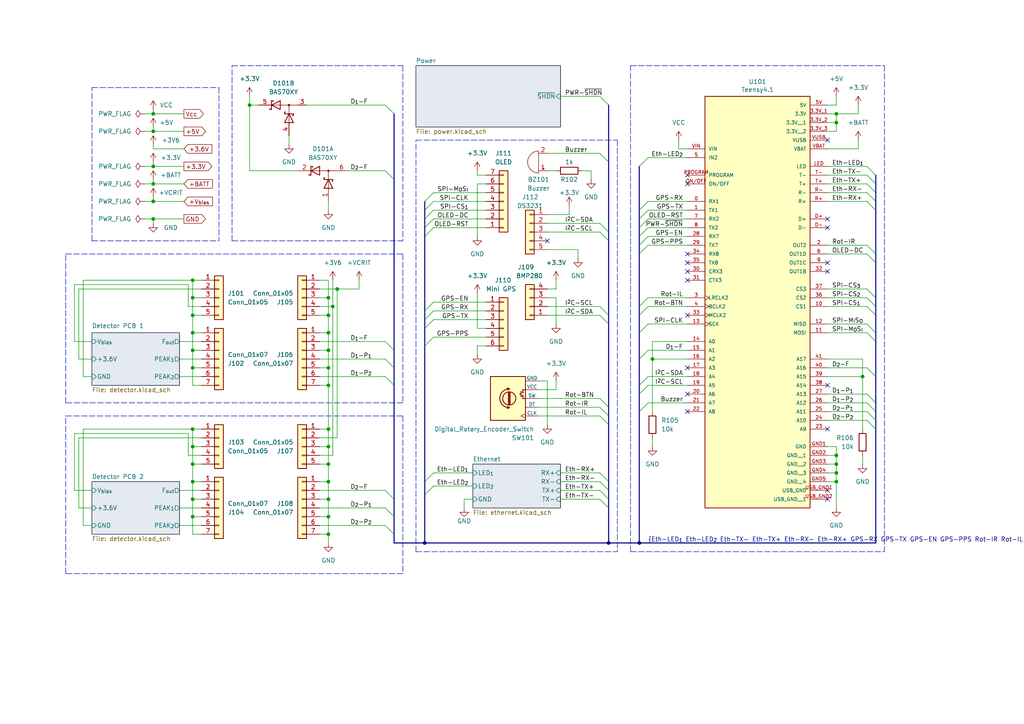
<source format=kicad_sch>
(kicad_sch (version 20211123) (generator eeschema)
  (paper "A4")
  (title_block (title "Cosmic Watch Pro") (date "2022-07-14") (rev "2.5") (comment 1 "Houses a Teensy 4.1 for data processing and coincidence detection") (comment 2 "Utilises two SPiM diodes for event detection") (comment 3 "A detector for cosmic rays"))
  (lib_symbols
    (symbol "Connector_Generic:Conn_01x04" (pin_names (offset 1.016) hide)
      (property "Reference" "J" (at 0 5.08 0))
      (property "Value" "Conn_01x04" (at 0 -7.62 0))
      (symbol "Conn_01x04_1_1"
        (pin passive line (at -5.08 2.54 0) (length 3.81) (name "Pin_1") (number "1"))
        (pin passive line (at -5.08 0 0) (length 3.81) (name "Pin_2") (number "2"))
        (pin passive line (at -5.08 -2.54 0) (length 3.81) (name "Pin_3") (number "3"))
        (pin passive line (at -5.08 -5.08 0) (length 3.81) (name "Pin_4") (number "4"))
      )
    )
    (symbol "Connector_Generic:Conn_01x05" (pin_names (offset 1.016) hide)
      (property "Reference" "J" (at 0 7.62 0))
      (property "Value" "Conn_01x05" (at 0 -7.62 0))
      (symbol "Conn_01x05_1_1"
        (pin passive line (at -5.08 5.08 0) (length 3.81) (name "Pin_1") (number "1"))
        (pin passive line (at -5.08 2.54 0) (length 3.81) (name "Pin_2") (number "2"))
        (pin passive line (at -5.08 0 0) (length 3.81) (name "Pin_3") (number "3"))
        (pin passive line (at -5.08 -2.54 0) (length 3.81) (name "Pin_4") (number "4"))
        (pin passive line (at -5.08 -5.08 0) (length 3.81) (name "Pin_5") (number "5"))
      )
    )
    (symbol "Connector_Generic:Conn_01x06" (pin_names (offset 1.016) hide)
      (property "Reference" "J" (at 0 7.62 0))
      (property "Value" "Conn_01x06" (at 0 -10.16 0))
      (symbol "Conn_01x06_1_1"
        (pin passive line (at -5.08 5.08 0) (length 3.81) (name "Pin_1") (number "1"))
        (pin passive line (at -5.08 2.54 0) (length 3.81) (name "Pin_2") (number "2"))
        (pin passive line (at -5.08 0 0) (length 3.81) (name "Pin_3") (number "3"))
        (pin passive line (at -5.08 -2.54 0) (length 3.81) (name "Pin_4") (number "4"))
        (pin passive line (at -5.08 -5.08 0) (length 3.81) (name "Pin_5") (number "5"))
        (pin passive line (at -5.08 -7.62 0) (length 3.81) (name "Pin_6") (number "6"))
      )
    )
    (symbol "Connector_Generic:Conn_01x07" (pin_names (offset 1.016) hide)
      (property "Reference" "J" (at 0 10.16 0))
      (property "Value" "Conn_01x07" (at 0 -10.16 0))
      (symbol "Conn_01x07_1_1"
        (pin passive line (at -5.08 7.62 0) (length 3.81) (name "Pin_1") (number "1"))
        (pin passive line (at -5.08 5.08 0) (length 3.81) (name "Pin_2") (number "2"))
        (pin passive line (at -5.08 2.54 0) (length 3.81) (name "Pin_3") (number "3"))
        (pin passive line (at -5.08 0 0) (length 3.81) (name "Pin_4") (number "4"))
        (pin passive line (at -5.08 -2.54 0) (length 3.81) (name "Pin_5") (number "5"))
        (pin passive line (at -5.08 -5.08 0) (length 3.81) (name "Pin_6") (number "6"))
        (pin passive line (at -5.08 -7.62 0) (length 3.81) (name "Pin_7") (number "7"))
      )
    )
    (symbol "CosmicWatchPro:+3.6V" (power) (pin_names (offset 0))
      (property "Value" "+3.6V" (at 0 3.556 0))
      (symbol "+3.6V_1_1"
        (pin power_in line (at 0 0 90) (length 0) hide (name "+3V6") (number "1"))
      )
    )
    (symbol "CosmicWatchPro:+V_{bias}" (power) (pin_names (offset 0))
      (property "Value" "+V_{bias}" (at 0 3.556 0))
      (symbol "+V_{bias}_1_1"
        (pin power_in line (at 0 0 90) (length 0) hide (name "+VCRIT") (number "1"))
      )
    )
    (symbol "CosmicWatchPro:BAS70XY" (pin_names (offset 0.762) hide)
      (property "Reference" "D" (at 0 5.715 0))
      (property "Value" "BAS70XY" (at 0 3.175 0))
      (symbol "BAS70XY_1_1"
        (pin passive line (at 0 -8.89 90) (length 3.81) (name "A") (number "1"))
        (pin passive line (at 8.89 0 180) (length 3.81) (name "K") (number "2"))
        (pin passive line (at -5.08 0 0) (length 2.54) (name "common") (number "6"))
      )
      (symbol "BAS70XY_2_1"
        (pin passive line (at -5.08 0 0) (length 2.54) (name "common") (number "3"))
        (pin passive line (at 0 -8.89 90) (length 3.81) (name "A") (number "4"))
        (pin passive line (at 8.89 0 180) (length 3.81) (name "K") (number "5"))
      )
    )
    (symbol "CosmicWatchPro:Digital_Rotary_Encoder_Switch" (pin_numbers hide) (pin_names (offset 0))
      (property "Reference" "SW" (at 0 7.62 0))
      (property "Value" "Digital_Rotary_Encoder_Switch" (at 0 -7.62 0))
      (symbol "Digital_Rotary_Encoder_Switch_1_1"
        (pin power_in line (at -8.89 -5.08 0) (length 3.81) (name "GND") (number "1"))
        (pin power_in line (at -8.89 -2.54 0) (length 3.81) (name "VCC") (number "2"))
        (pin output line (at -8.89 0 0) (length 3.81) (name "SW") (number "3"))
        (pin bidirectional line (at -8.89 2.54 0) (length 3.81) (name "DT") (number "4"))
        (pin input clock (at -8.89 5.08 0) (length 3.81) (name "CLK") (number "5"))
      )
    )
    (symbol "CosmicWatchPro:Teensy4.1" (pin_names (offset 1.016))
      (property "Reference" "U" (at -15.24 52.07 0))
      (property "Value" "Teensy4.1" (at -15.24 -71.12 0))
      (symbol "Teensy4.1_0_0"
        (pin bidirectional line (at -20.32 20.32 0) (length 5.08) (name "RX1") (number "0"))
        (pin bidirectional line (at -20.32 17.78 0) (length 5.08) (name "TX1") (number "1"))
        (pin bidirectional line (at 20.32 -10.16 180) (length 5.08) (name "CS1") (number "10"))
        (pin bidirectional line (at 20.32 -17.78 180) (length 5.08) (name "MOSI") (number "11"))
        (pin bidirectional line (at 20.32 -15.24 180) (length 5.08) (name "MISO") (number "12"))
        (pin bidirectional clock (at -20.32 -15.24 0) (length 5.08) (name "SCK") (number "13"))
        (pin bidirectional line (at -20.32 -20.32 0) (length 5.08) (name "A0") (number "14"))
        (pin bidirectional line (at -20.32 -22.86 0) (length 5.08) (name "A1") (number "15"))
        (pin bidirectional line (at -20.32 -25.4 0) (length 5.08) (name "A2") (number "16"))
        (pin bidirectional line (at -20.32 -27.94 0) (length 5.08) (name "A3") (number "17"))
        (pin bidirectional line (at -20.32 -30.48 0) (length 5.08) (name "A4") (number "18"))
        (pin bidirectional line (at -20.32 -33.02 0) (length 5.08) (name "A5") (number "19"))
        (pin output line (at 20.32 7.62 180) (length 5.08) (name "OUT2") (number "2"))
        (pin bidirectional line (at -20.32 -35.56 0) (length 5.08) (name "A6") (number "20"))
        (pin bidirectional line (at -20.32 -38.1 0) (length 5.08) (name "A7") (number "21"))
        (pin bidirectional line (at -20.32 -40.64 0) (length 5.08) (name "A8") (number "22"))
        (pin bidirectional line (at 20.32 -45.72 180) (length 5.08) (name "A9") (number "23"))
        (pin bidirectional line (at 20.32 -43.18 180) (length 5.08) (name "A10") (number "24"))
        (pin bidirectional line (at 20.32 -40.64 180) (length 5.08) (name "A11") (number "25"))
        (pin bidirectional line (at 20.32 -38.1 180) (length 5.08) (name "A12") (number "26"))
        (pin bidirectional line (at 20.32 -35.56 180) (length 5.08) (name "A13") (number "27"))
        (pin bidirectional line (at -20.32 10.16 0) (length 5.08) (name "RX7") (number "28"))
        (pin bidirectional line (at -20.32 7.62 0) (length 5.08) (name "TX7") (number "29"))
        (pin bidirectional clock (at -20.32 -7.62 0) (length 5.08) (name "LRCLK2") (number "3"))
        (pin power_in line (at 20.32 45.72 180) (length 5.08) (name "3.3V") (number "3.3V_1"))
        (pin power_in line (at 20.32 43.18 180) (length 5.08) (name "3.3V__1") (number "3.3V_2"))
        (pin power_in line (at 20.32 40.64 180) (length 5.08) (name "3.3V__2") (number "3.3V_3"))
        (pin bidirectional line (at -20.32 0 0) (length 5.08) (name "CRX3") (number "30"))
        (pin bidirectional line (at -20.32 -2.54 0) (length 5.08) (name "CTX3") (number "31"))
        (pin output line (at 20.32 0 180) (length 5.08) (name "OUT1B") (number "32"))
        (pin bidirectional clock (at -20.32 -12.7 0) (length 5.08) (name "MCLK2") (number "33"))
        (pin bidirectional line (at -20.32 5.08 0) (length 5.08) (name "RX8") (number "34"))
        (pin bidirectional line (at -20.32 2.54 0) (length 5.08) (name "TX8") (number "35"))
        (pin bidirectional line (at 20.32 -7.62 180) (length 5.08) (name "CS2") (number "36"))
        (pin bidirectional line (at 20.32 -5.08 180) (length 5.08) (name "CS3") (number "37"))
        (pin bidirectional line (at 20.32 -33.02 180) (length 5.08) (name "A14") (number "38"))
        (pin bidirectional line (at 20.32 -30.48 180) (length 5.08) (name "A15") (number "39"))
        (pin bidirectional clock (at -20.32 -10.16 0) (length 5.08) (name "BCLK2") (number "4"))
        (pin bidirectional line (at 20.32 -27.94 180) (length 5.08) (name "A16") (number "40"))
        (pin bidirectional line (at 20.32 -25.4 180) (length 5.08) (name "A17") (number "41"))
        (pin bidirectional line (at -20.32 33.02 0) (length 5.08) (name "IN2") (number "5"))
        (pin power_in line (at 20.32 48.26 180) (length 5.08) (name "5V") (number "5V"))
        (pin output line (at 20.32 5.08 180) (length 5.08) (name "OUT1D") (number "6"))
        (pin bidirectional line (at -20.32 15.24 0) (length 5.08) (name "RX2") (number "7"))
        (pin bidirectional line (at -20.32 12.7 0) (length 5.08) (name "TX2") (number "8"))
        (pin output line (at 20.32 2.54 180) (length 5.08) (name "OUT1C") (number "9"))
        (pin bidirectional line (at 20.32 15.24 180) (length 5.08) (name "D+") (number "D+"))
        (pin bidirectional line (at 20.32 12.7 180) (length 5.08) (name "D-") (number "D-"))
        (pin power_in line (at 20.32 -50.8 180) (length 5.08) (name "GND") (number "GND1"))
        (pin power_in line (at 20.32 -53.34 180) (length 5.08) (name "GND__1") (number "GND2"))
        (pin power_in line (at 20.32 -55.88 180) (length 5.08) (name "GND__2") (number "GND3"))
        (pin power_in line (at 20.32 -58.42 180) (length 5.08) (name "GND__3") (number "GND4"))
        (pin power_in line (at 20.32 -60.96 180) (length 5.08) (name "GND__4") (number "GND5"))
        (pin bidirectional line (at 20.32 30.48 180) (length 5.08) (name "LED") (number "LED"))
        (pin bidirectional line (at -20.32 25.4 0) (length 5.08) (name "ON/OFF") (number "ON/OFF"))
        (pin bidirectional line (at -20.32 27.94 0) (length 5.08) (name "PROGRAM") (number "PROGRAM"))
        (pin bidirectional line (at 20.32 20.32 180) (length 5.08) (name "R+") (number "R+"))
        (pin bidirectional line (at 20.32 22.86 180) (length 5.08) (name "R-") (number "R-"))
        (pin bidirectional line (at 20.32 25.4 180) (length 5.08) (name "T+") (number "T+"))
        (pin bidirectional line (at 20.32 27.94 180) (length 5.08) (name "T-") (number "T-"))
        (pin power_in line (at 20.32 -63.5 180) (length 5.08) (name "USB_GND") (number "USB_GND1"))
        (pin power_in line (at 20.32 -66.04 180) (length 5.08) (name "USB_GND__1") (number "USB_GND2"))
        (pin passive line (at 20.32 35.56 180) (length 5.08) (name "VBAT") (number "VBAT"))
        (pin input line (at -20.32 35.56 0) (length 5.08) (name "VIN") (number "VIN"))
        (pin passive line (at 20.32 38.1 180) (length 5.08) (name "VUSB") (number "VUSB"))
      )
    )
    (symbol "Device:Buzzer" (pin_names (offset 0.0254) hide)
      (property "Reference" "BZ" (at 3.81 1.27 0))
      (property "Value" "Buzzer" (at 3.81 -1.27 0))
      (symbol "Buzzer_1_1"
        (pin passive line (at -2.54 2.54 0) (length 2.54) (name "-") (number "1"))
        (pin passive line (at -2.54 -2.54 0) (length 2.54) (name "+") (number "2"))
      )
    )
    (symbol "Device:R" (pin_numbers hide) (pin_names (offset 0))
      (property "Reference" "R" (at 2.032 0 90))
      (property "Value" "R" (at 0 0 90))
      (symbol "R_1_1"
        (pin passive line (at 0 3.81 270) (length 1.27) (name "~") (number "1"))
        (pin passive line (at 0 -3.81 90) (length 1.27) (name "~") (number "2"))
      )
    )
    (symbol "power:+3.3V" (power) (pin_names (offset 0))
      (property "Value" "+3.3V" (at 0 3.556 0))
      (symbol "+3.3V_1_1"
        (pin power_in line (at 0 0 90) (length 0) hide (name "+3.3V") (number "1"))
      )
    )
    (symbol "power:+5V" (power) (pin_names (offset 0))
      (property "Value" "+5V" (at 0 3.556 0))
      (symbol "+5V_1_1"
        (pin power_in line (at 0 0 90) (length 0) hide (name "+5V") (number "1"))
      )
    )
    (symbol "power:+BATT" (power) (pin_names (offset 0))
      (property "Value" "+BATT" (at 0 3.556 0))
      (symbol "+BATT_1_1"
        (pin power_in line (at 0 0 90) (length 0) hide (name "+BATT") (number "1"))
      )
    )
    (symbol "power:GND" (power) (pin_names (offset 0))
      (property "Value" "GND" (at 0 -3.81 0))
      (symbol "GND_1_1"
        (pin power_in line (at 0 0 270) (length 0) hide (name "GND") (number "1"))
      )
    )
    (symbol "power:PWR_FLAG" (power) (pin_numbers hide) (pin_names (offset 0) hide)
      (property "Value" "PWR_FLAG" (at 0 3.81 0))
      (symbol "PWR_FLAG_0_0"
        (pin power_out line (at 0 0 90) (length 0) (name "pwr") (number "1"))
      )
    )
    (symbol "power:VCC" (power) (pin_names (offset 0))
      (property "Value" "VCC" (at 0 3.81 0))
      (symbol "VCC_1_1"
        (pin power_in line (at 0 0 90) (length 0) hide (name "VCC") (number "1"))
      )
    )
  )
  (junction (at 176.53 157.48))
  (junction (at 44.45 33.02))
  (junction (at 55.88 86.36))
  (junction (at 95.25 101.6))
  (junction (at 44.45 63.5))
  (junction (at 55.88 129.54))
  (junction (at 44.45 53.34))
  (junction (at 44.45 38.1))
  (junction (at 55.88 124.46))
  (junction (at 95.25 149.86))
  (junction (at 242.57 33.02))
  (junction (at 95.25 106.68))
  (junction (at 95.25 111.76))
  (junction (at 44.45 58.42))
  (junction (at 55.88 149.86))
  (junction (at 242.57 35.56))
  (junction (at 95.25 124.46))
  (junction (at 242.57 139.7))
  (junction (at 55.88 101.6))
  (junction (at 242.57 137.16))
  (junction (at 242.57 134.62))
  (junction (at 44.45 48.26))
  (junction (at 95.25 154.94))
  (junction (at 95.25 134.62))
  (junction (at 96.52 88.9))
  (junction (at 97.79 83.82))
  (junction (at 189.23 104.14))
  (junction (at 55.88 134.62))
  (junction (at 55.88 106.68))
  (junction (at 55.88 139.7))
  (junction (at 95.25 86.36))
  (junction (at 185.42 157.48))
  (junction (at 95.25 91.44))
  (junction (at 95.25 139.7))
  (junction (at 123.19 157.48))
  (junction (at 250.19 109.22))
  (junction (at 242.57 132.08))
  (junction (at 55.88 91.44))
  (junction (at 72.39 30.48))
  (junction (at 55.88 81.28))
  (junction (at 55.88 144.78))
  (junction (at 55.88 96.52))
  (junction (at 95.25 129.54))
  (junction (at 95.25 96.52))
  (junction (at 95.25 144.78))
  (no_connect (at 158.75 69.85))
  (no_connect (at 199.39 73.66))
  (no_connect (at 240.03 78.74))
  (no_connect (at 199.39 76.2))
  (no_connect (at 199.39 78.74))
  (no_connect (at 199.39 81.28))
  (no_connect (at 199.39 91.44))
  (no_connect (at 240.03 63.5))
  (no_connect (at 240.03 66.04))
  (no_connect (at 199.39 50.8))
  (no_connect (at 199.39 53.34))
  (no_connect (at 199.39 106.68))
  (no_connect (at 240.03 124.46))
  (no_connect (at 240.03 111.76))
  (no_connect (at 199.39 114.3))
  (no_connect (at 199.39 119.38))
  (no_connect (at 240.03 142.24))
  (no_connect (at 240.03 144.78))
  (no_connect (at 240.03 40.64))
  (no_connect (at 240.03 76.2))
  (bus_entry (at 111.76 109.22) (size 2.54 2.54))
  (bus_entry (at 187.96 93.98) (size -2.54 2.54))
  (bus_entry (at 187.96 58.42) (size -2.54 2.54))
  (bus_entry (at 187.96 60.96) (size -2.54 2.54))
  (bus_entry (at 251.46 73.66) (size 2.54 2.54))
  (bus_entry (at 187.96 88.9) (size -2.54 2.54))
  (bus_entry (at 111.76 49.53) (size 2.54 2.54))
  (bus_entry (at 125.73 87.63) (size -2.54 2.54))
  (bus_entry (at 125.73 92.71) (size -2.54 2.54))
  (bus_entry (at 251.46 48.26) (size 2.54 2.54))
  (bus_entry (at 125.73 63.5) (size -2.54 2.54))
  (bus_entry (at 251.46 55.88) (size 2.54 2.54))
  (bus_entry (at 173.99 91.44) (size 2.54 2.54))
  (bus_entry (at 111.76 152.4) (size 2.54 2.54))
  (bus_entry (at 111.76 142.24) (size 2.54 2.54))
  (bus_entry (at 111.76 147.32) (size 2.54 2.54))
  (bus_entry (at 187.96 45.72) (size -2.54 2.54))
  (bus_entry (at 251.46 58.42) (size 2.54 2.54))
  (bus_entry (at 187.96 68.58) (size -2.54 2.54))
  (bus_entry (at 125.73 90.17) (size -2.54 2.54))
  (bus_entry (at 251.46 83.82) (size 2.54 2.54))
  (bus_entry (at 251.46 86.36) (size 2.54 2.54))
  (bus_entry (at 251.46 88.9) (size 2.54 2.54))
  (bus_entry (at 251.46 93.98) (size 2.54 2.54))
  (bus_entry (at 251.46 96.52) (size 2.54 2.54))
  (bus_entry (at 125.73 55.88) (size -2.54 2.54))
  (bus_entry (at 251.46 71.12) (size 2.54 2.54))
  (bus_entry (at 125.73 58.42) (size -2.54 2.54))
  (bus_entry (at 187.96 101.6) (size -2.54 2.54))
  (bus_entry (at 187.96 71.12) (size -2.54 2.54))
  (bus_entry (at 251.46 53.34) (size 2.54 2.54))
  (bus_entry (at 125.73 97.79) (size -2.54 2.54))
  (bus_entry (at 125.73 60.96) (size -2.54 2.54))
  (bus_entry (at 251.46 106.68) (size 2.54 2.54))
  (bus_entry (at 251.46 114.3) (size 2.54 2.54))
  (bus_entry (at 251.46 121.92) (size 2.54 2.54))
  (bus_entry (at 251.46 116.84) (size 2.54 2.54))
  (bus_entry (at 251.46 119.38) (size 2.54 2.54))
  (bus_entry (at 187.96 86.36) (size -2.54 2.54))
  (bus_entry (at 111.76 104.14) (size 2.54 2.54))
  (bus_entry (at 187.96 116.84) (size -2.54 2.54))
  (bus_entry (at 125.73 66.04) (size -2.54 2.54))
  (bus_entry (at 173.99 120.65) (size 2.54 2.54))
  (bus_entry (at 173.99 115.57) (size 2.54 2.54))
  (bus_entry (at 173.99 118.11) (size 2.54 2.54))
  (bus_entry (at 187.96 63.5) (size -2.54 2.54))
  (bus_entry (at 251.46 50.8) (size 2.54 2.54))
  (bus_entry (at 173.99 27.94) (size 2.54 2.54))
  (bus_entry (at 187.96 109.22) (size -2.54 2.54))
  (bus_entry (at 187.96 111.76) (size -2.54 2.54))
  (bus_entry (at 125.73 137.16) (size -2.54 2.54))
  (bus_entry (at 125.73 140.97) (size -2.54 2.54))
  (bus_entry (at 173.99 137.16) (size 2.54 2.54))
  (bus_entry (at 173.99 139.7) (size 2.54 2.54))
  (bus_entry (at 173.99 144.78) (size 2.54 2.54))
  (bus_entry (at 173.99 142.24) (size 2.54 2.54))
  (bus_entry (at 111.76 30.48) (size 2.54 2.54))
  (bus_entry (at 173.99 64.77) (size 2.54 2.54))
  (bus_entry (at 173.99 67.31) (size 2.54 2.54))
  (bus_entry (at 111.76 99.06) (size 2.54 2.54))
  (bus_entry (at 173.99 44.45) (size 2.54 2.54))
  (bus_entry (at 173.99 88.9) (size 2.54 2.54))
  (bus_entry (at 187.96 66.04) (size -2.54 2.54))
  (bus (pts (xy 123.19 143.51) (xy 123.19 157.48)))
  (bus (pts (xy 123.19 157.48) (xy 176.53 157.48)))
  (wire (pts (xy 55.88 144.78) (xy 58.42 144.78)))
  (wire (pts (xy 187.96 93.98) (xy 199.39 93.98)))
  (wire (pts (xy 199.39 66.04) (xy 187.96 66.04)))
  (wire (pts (xy 54.61 125.73) (xy 21.59 125.73)))
  (wire (pts (xy 52.07 104.14) (xy 58.42 104.14)))
  (wire (pts (xy 55.88 139.7) (xy 58.42 139.7)))
  (wire (pts (xy 92.71 124.46) (xy 95.25 124.46)))
  (polyline (pts (xy 182.88 160.02) (xy 256.54 160.02)))
  (bus (pts (xy 185.42 96.52) (xy 185.42 104.14)))
  (wire (pts (xy 95.25 124.46) (xy 95.25 129.54)))
  (wire (pts (xy 242.57 38.1) (xy 242.57 35.56)))
  (bus (pts (xy 123.19 58.42) (xy 123.19 60.96)))
  (wire (pts (xy 26.67 152.4) (xy 24.13 152.4)))
  (wire (pts (xy 55.88 124.46) (xy 58.42 124.46)))
  (bus (pts (xy 114.3 154.94) (xy 114.3 157.48)))
  (wire (pts (xy 140.97 55.88) (xy 125.73 55.88)))
  (wire (pts (xy 187.96 58.42) (xy 199.39 58.42)))
  (bus (pts (xy 176.53 118.11) (xy 176.53 120.65)))
  (bus (pts (xy 254 119.38) (xy 254 121.92)))
  (wire (pts (xy 95.25 149.86) (xy 95.25 154.94)))
  (wire (pts (xy 156.21 110.49) (xy 158.75 110.49)))
  (bus (pts (xy 123.19 90.17) (xy 123.19 92.71)))
  (wire (pts (xy 95.25 101.6) (xy 95.25 106.68)))
  (bus (pts (xy 114.3 106.68) (xy 114.3 111.76)))
  (wire (pts (xy 187.96 111.76) (xy 199.39 111.76)))
  (bus (pts (xy 254 124.46) (xy 254 157.48)))
  (wire (pts (xy 125.73 140.97) (xy 137.16 140.97)))
  (wire (pts (xy 158.75 64.77) (xy 173.99 64.77)))
  (wire (pts (xy 92.71 101.6) (xy 95.25 101.6)))
  (wire (pts (xy 41.91 53.34) (xy 44.45 53.34)))
  (wire (pts (xy 44.45 31.75) (xy 44.45 33.02)))
  (wire (pts (xy 199.39 88.9) (xy 187.96 88.9)))
  (bus (pts (xy 176.53 30.48) (xy 176.53 46.99)))
  (wire (pts (xy 196.85 43.18) (xy 199.39 43.18)))
  (wire (pts (xy 26.67 109.22) (xy 24.13 109.22)))
  (wire (pts (xy 173.99 44.45) (xy 158.75 44.45)))
  (polyline (pts (xy 182.88 19.05) (xy 256.54 19.05)))
  (wire (pts (xy 187.96 109.22) (xy 199.39 109.22)))
  (wire (pts (xy 26.67 104.14) (xy 22.86 104.14)))
  (bus (pts (xy 114.3 149.86) (xy 114.3 154.94)))
  (wire (pts (xy 240.03 106.68) (xy 251.46 106.68)))
  (bus (pts (xy 254 76.2) (xy 254 86.36)))
  (wire (pts (xy 55.88 129.54) (xy 55.88 134.62)))
  (bus (pts (xy 185.42 63.5) (xy 185.42 66.04)))
  (polyline (pts (xy 120.65 40.64) (xy 179.07 40.64)))
  (bus (pts (xy 254 88.9) (xy 254 91.44)))
  (wire (pts (xy 41.91 48.26) (xy 44.45 48.26)))
  (wire (pts (xy 138.43 95.25) (xy 140.97 95.25)))
  (wire (pts (xy 242.57 33.02) (xy 248.92 33.02)))
  (wire (pts (xy 92.71 134.62) (xy 95.25 134.62)))
  (wire (pts (xy 92.71 152.4) (xy 111.76 152.4)))
  (bus (pts (xy 176.53 91.44) (xy 176.53 93.98)))
  (polyline (pts (xy 182.88 160.02) (xy 182.88 19.05)))
  (wire (pts (xy 55.88 91.44) (xy 58.42 91.44)))
  (wire (pts (xy 55.88 106.68) (xy 58.42 106.68)))
  (wire (pts (xy 138.43 85.09) (xy 138.43 95.25)))
  (polyline (pts (xy 63.5 25.4) (xy 63.5 69.85)))
  (wire (pts (xy 44.45 53.34) (xy 53.34 53.34)))
  (wire (pts (xy 187.96 116.84) (xy 199.39 116.84)))
  (wire (pts (xy 242.57 137.16) (xy 242.57 139.7)))
  (bus (pts (xy 254 121.92) (xy 254 124.46)))
  (wire (pts (xy 26.67 99.06) (xy 21.59 99.06)))
  (wire (pts (xy 158.75 49.53) (xy 161.29 49.53)))
  (wire (pts (xy 92.71 147.32) (xy 111.76 147.32)))
  (wire (pts (xy 44.45 63.5) (xy 53.34 63.5)))
  (wire (pts (xy 138.43 53.34) (xy 138.43 68.58)))
  (polyline (pts (xy 116.84 73.66) (xy 116.84 116.84)))
  (polyline (pts (xy 179.07 40.64) (xy 179.07 160.02)))
  (bus (pts (xy 254 60.96) (xy 254 73.66)))
  (wire (pts (xy 240.03 139.7) (xy 242.57 139.7)))
  (wire (pts (xy 240.03 104.14) (xy 250.19 104.14)))
  (wire (pts (xy 55.88 134.62) (xy 58.42 134.62)))
  (polyline (pts (xy 120.65 160.02) (xy 179.07 160.02)))
  (wire (pts (xy 83.82 39.37) (xy 83.82 41.91)))
  (wire (pts (xy 52.07 109.22) (xy 58.42 109.22)))
  (wire (pts (xy 138.43 102.87) (xy 138.43 100.33)))
  (wire (pts (xy 96.52 81.28) (xy 96.52 88.9)))
  (bus (pts (xy 185.42 111.76) (xy 185.42 114.3)))
  (wire (pts (xy 199.39 71.12) (xy 187.96 71.12)))
  (polyline (pts (xy 116.84 120.65) (xy 116.84 166.37)))
  (wire (pts (xy 53.34 48.26) (xy 44.45 48.26)))
  (wire (pts (xy 104.14 81.28) (xy 104.14 83.82)))
  (wire (pts (xy 92.71 142.24) (xy 111.76 142.24)))
  (wire (pts (xy 95.25 91.44) (xy 95.25 96.52)))
  (wire (pts (xy 22.86 104.14) (xy 22.86 83.82)))
  (bus (pts (xy 176.53 67.31) (xy 176.53 69.85)))
  (bus (pts (xy 185.42 73.66) (xy 185.42 88.9)))
  (wire (pts (xy 199.39 68.58) (xy 187.96 68.58)))
  (polyline (pts (xy 116.84 116.84) (xy 19.05 116.84)))
  (wire (pts (xy 240.03 88.9) (xy 251.46 88.9)))
  (bus (pts (xy 254 96.52) (xy 254 99.06)))
  (wire (pts (xy 21.59 125.73) (xy 21.59 142.24)))
  (bus (pts (xy 185.42 68.58) (xy 185.42 71.12)))
  (wire (pts (xy 158.75 88.9) (xy 173.99 88.9)))
  (wire (pts (xy 92.71 109.22) (xy 111.76 109.22)))
  (wire (pts (xy 95.25 58.42) (xy 95.25 60.96)))
  (wire (pts (xy 52.07 147.32) (xy 58.42 147.32)))
  (wire (pts (xy 55.88 81.28) (xy 58.42 81.28)))
  (bus (pts (xy 185.42 48.26) (xy 185.42 60.96)))
  (wire (pts (xy 44.45 64.77) (xy 44.45 63.5)))
  (polyline (pts (xy 19.05 120.65) (xy 116.84 120.65)))
  (bus (pts (xy 176.53 147.32) (xy 176.53 157.48)))
  (wire (pts (xy 140.97 97.79) (xy 125.73 97.79)))
  (wire (pts (xy 240.03 134.62) (xy 242.57 134.62)))
  (wire (pts (xy 41.91 38.1) (xy 44.45 38.1)))
  (wire (pts (xy 242.57 134.62) (xy 242.57 137.16)))
  (wire (pts (xy 92.71 86.36) (xy 95.25 86.36)))
  (bus (pts (xy 176.53 144.78) (xy 176.53 147.32)))
  (bus (pts (xy 176.53 142.24) (xy 176.53 144.78)))
  (bus (pts (xy 176.53 157.48) (xy 185.42 157.48)))
  (wire (pts (xy 22.86 147.32) (xy 22.86 127)))
  (bus (pts (xy 254 50.8) (xy 254 53.34)))
  (wire (pts (xy 158.75 72.39) (xy 167.64 72.39)))
  (wire (pts (xy 137.16 144.78) (xy 134.62 144.78)))
  (wire (pts (xy 156.21 115.57) (xy 173.99 115.57)))
  (wire (pts (xy 92.71 127) (xy 97.79 127)))
  (polyline (pts (xy 26.67 25.4) (xy 63.5 25.4)))
  (bus (pts (xy 123.19 60.96) (xy 123.19 63.5)))
  (polyline (pts (xy 67.31 69.85) (xy 116.84 69.85)))
  (wire (pts (xy 26.67 142.24) (xy 21.59 142.24)))
  (wire (pts (xy 55.88 111.76) (xy 58.42 111.76)))
  (polyline (pts (xy 256.54 19.05) (xy 256.54 160.02)))
  (polyline (pts (xy 67.31 69.85) (xy 67.31 19.05)))
  (polyline (pts (xy 116.84 19.05) (xy 116.84 69.85)))
  (wire (pts (xy 55.88 81.28) (xy 55.88 86.36)))
  (bus (pts (xy 114.3 33.02) (xy 114.3 52.07)))
  (bus (pts (xy 185.42 88.9) (xy 185.42 91.44)))
  (wire (pts (xy 250.19 132.08) (xy 250.19 134.62)))
  (bus (pts (xy 176.53 46.99) (xy 176.53 67.31)))
  (wire (pts (xy 22.86 127) (xy 58.42 127)))
  (wire (pts (xy 95.25 81.28) (xy 95.25 86.36)))
  (wire (pts (xy 95.25 139.7) (xy 95.25 144.78)))
  (wire (pts (xy 21.59 82.55) (xy 54.61 82.55)))
  (wire (pts (xy 41.91 63.5) (xy 44.45 63.5)))
  (wire (pts (xy 96.52 88.9) (xy 96.52 132.08)))
  (wire (pts (xy 55.88 134.62) (xy 55.88 139.7)))
  (wire (pts (xy 242.57 129.54) (xy 242.57 132.08)))
  (wire (pts (xy 95.25 96.52) (xy 95.25 101.6)))
  (wire (pts (xy 44.45 33.02) (xy 53.34 33.02)))
  (wire (pts (xy 92.71 132.08) (xy 96.52 132.08)))
  (wire (pts (xy 240.03 121.92) (xy 251.46 121.92)))
  (wire (pts (xy 240.03 114.3) (xy 251.46 114.3)))
  (wire (pts (xy 95.25 111.76) (xy 95.25 124.46)))
  (wire (pts (xy 95.25 106.68) (xy 95.25 111.76)))
  (wire (pts (xy 199.39 101.6) (xy 187.96 101.6)))
  (wire (pts (xy 156.21 113.03) (xy 161.29 113.03)))
  (wire (pts (xy 171.45 49.53) (xy 171.45 52.07)))
  (bus (pts (xy 123.19 100.33) (xy 123.19 139.7)))
  (wire (pts (xy 41.91 33.02) (xy 44.45 33.02)))
  (wire (pts (xy 24.13 124.46) (xy 55.88 124.46)))
  (wire (pts (xy 92.71 88.9) (xy 96.52 88.9)))
  (wire (pts (xy 140.97 50.8) (xy 138.43 50.8)))
  (wire (pts (xy 240.03 83.82) (xy 251.46 83.82)))
  (wire (pts (xy 242.57 139.7) (xy 242.57 147.32)))
  (wire (pts (xy 72.39 30.48) (xy 74.93 30.48)))
  (wire (pts (xy 240.03 38.1) (xy 242.57 38.1)))
  (wire (pts (xy 92.71 83.82) (xy 97.79 83.82)))
  (wire (pts (xy 92.71 99.06) (xy 111.76 99.06)))
  (wire (pts (xy 199.39 63.5) (xy 187.96 63.5)))
  (wire (pts (xy 54.61 125.73) (xy 54.61 132.08)))
  (wire (pts (xy 95.25 154.94) (xy 95.25 157.48)))
  (wire (pts (xy 52.07 99.06) (xy 58.42 99.06)))
  (wire (pts (xy 54.61 132.08) (xy 58.42 132.08)))
  (wire (pts (xy 162.56 27.94) (xy 173.99 27.94)))
  (wire (pts (xy 242.57 132.08) (xy 242.57 134.62)))
  (polyline (pts (xy 67.31 19.05) (xy 116.84 19.05)))
  (polyline (pts (xy 26.67 69.85) (xy 26.67 25.4)))
  (wire (pts (xy 162.56 142.24) (xy 173.99 142.24)))
  (bus (pts (xy 254 116.84) (xy 254 119.38)))
  (wire (pts (xy 92.71 139.7) (xy 95.25 139.7)))
  (bus (pts (xy 176.53 93.98) (xy 176.53 118.11)))
  (wire (pts (xy 55.88 129.54) (xy 58.42 129.54)))
  (wire (pts (xy 26.67 147.32) (xy 22.86 147.32)))
  (wire (pts (xy 134.62 144.78) (xy 134.62 147.32)))
  (wire (pts (xy 55.88 124.46) (xy 55.88 129.54)))
  (bus (pts (xy 123.19 68.58) (xy 123.19 90.17)))
  (wire (pts (xy 187.96 60.96) (xy 199.39 60.96)))
  (wire (pts (xy 44.45 58.42) (xy 44.45 57.15)))
  (wire (pts (xy 92.71 106.68) (xy 95.25 106.68)))
  (bus (pts (xy 185.42 114.3) (xy 185.42 119.38)))
  (wire (pts (xy 189.23 104.14) (xy 189.23 119.38)))
  (wire (pts (xy 140.97 63.5) (xy 125.73 63.5)))
  (wire (pts (xy 55.88 96.52) (xy 55.88 101.6)))
  (bus (pts (xy 254 58.42) (xy 254 60.96)))
  (wire (pts (xy 167.64 72.39) (xy 167.64 74.93)))
  (wire (pts (xy 240.03 71.12) (xy 251.46 71.12)))
  (wire (pts (xy 92.71 144.78) (xy 95.25 144.78)))
  (wire (pts (xy 240.03 137.16) (xy 242.57 137.16)))
  (wire (pts (xy 140.97 60.96) (xy 125.73 60.96)))
  (wire (pts (xy 138.43 100.33) (xy 140.97 100.33)))
  (wire (pts (xy 138.43 50.8) (xy 138.43 49.53)))
  (wire (pts (xy 189.23 127) (xy 189.23 129.54)))
  (wire (pts (xy 240.03 132.08) (xy 242.57 132.08)))
  (wire (pts (xy 140.97 92.71) (xy 125.73 92.71)))
  (polyline (pts (xy 19.05 166.37) (xy 19.05 120.65)))
  (wire (pts (xy 44.45 43.18) (xy 53.34 43.18)))
  (wire (pts (xy 92.71 104.14) (xy 111.76 104.14)))
  (wire (pts (xy 156.21 120.65) (xy 173.99 120.65)))
  (bus (pts (xy 254 99.06) (xy 254 109.22)))
  (wire (pts (xy 199.39 45.72) (xy 187.96 45.72)))
  (wire (pts (xy 158.75 110.49) (xy 158.75 123.19)))
  (bus (pts (xy 176.53 139.7) (xy 176.53 142.24)))
  (wire (pts (xy 240.03 96.52) (xy 251.46 96.52)))
  (wire (pts (xy 171.45 49.53) (xy 168.91 49.53)))
  (wire (pts (xy 242.57 27.94) (xy 242.57 30.48)))
  (bus (pts (xy 254 86.36) (xy 254 88.9)))
  (wire (pts (xy 199.39 99.06) (xy 189.23 99.06)))
  (wire (pts (xy 250.19 104.14) (xy 250.19 109.22)))
  (wire (pts (xy 53.34 58.42) (xy 44.45 58.42)))
  (wire (pts (xy 158.75 86.36) (xy 161.29 86.36)))
  (wire (pts (xy 92.71 111.76) (xy 95.25 111.76)))
  (wire (pts (xy 95.25 144.78) (xy 95.25 149.86)))
  (wire (pts (xy 248.92 40.64) (xy 248.92 43.18)))
  (bus (pts (xy 185.42 60.96) (xy 185.42 63.5)))
  (bus (pts (xy 123.19 63.5) (xy 123.19 66.04)))
  (wire (pts (xy 54.61 82.55) (xy 54.61 88.9)))
  (wire (pts (xy 24.13 109.22) (xy 24.13 81.28)))
  (wire (pts (xy 242.57 30.48) (xy 240.03 30.48)))
  (wire (pts (xy 100.33 49.53) (xy 111.76 49.53)))
  (wire (pts (xy 55.88 144.78) (xy 55.88 149.86)))
  (wire (pts (xy 55.88 96.52) (xy 58.42 96.52)))
  (wire (pts (xy 199.39 86.36) (xy 187.96 86.36)))
  (bus (pts (xy 185.42 157.48) (xy 254 157.48)))
  (wire (pts (xy 88.9 30.48) (xy 111.76 30.48)))
  (wire (pts (xy 92.71 81.28) (xy 95.25 81.28)))
  (wire (pts (xy 44.45 52.07) (xy 44.45 53.34)))
  (wire (pts (xy 44.45 38.1) (xy 53.34 38.1)))
  (wire (pts (xy 240.03 129.54) (xy 242.57 129.54)))
  (wire (pts (xy 158.75 91.44) (xy 173.99 91.44)))
  (wire (pts (xy 161.29 83.82) (xy 161.29 81.28)))
  (bus (pts (xy 254 53.34) (xy 254 55.88)))
  (wire (pts (xy 240.03 73.66) (xy 251.46 73.66)))
  (wire (pts (xy 165.1 62.23) (xy 165.1 59.69)))
  (bus (pts (xy 185.42 66.04) (xy 185.42 68.58)))
  (wire (pts (xy 162.56 139.7) (xy 173.99 139.7)))
  (wire (pts (xy 86.36 49.53) (xy 72.39 49.53)))
  (wire (pts (xy 55.88 86.36) (xy 58.42 86.36)))
  (bus (pts (xy 176.53 69.85) (xy 176.53 91.44)))
  (wire (pts (xy 44.45 48.26) (xy 44.45 46.99)))
  (wire (pts (xy 158.75 67.31) (xy 173.99 67.31)))
  (wire (pts (xy 140.97 66.04) (xy 125.73 66.04)))
  (wire (pts (xy 240.03 119.38) (xy 251.46 119.38)))
  (wire (pts (xy 44.45 36.83) (xy 44.45 38.1)))
  (wire (pts (xy 24.13 81.28) (xy 55.88 81.28)))
  (wire (pts (xy 95.25 134.62) (xy 95.25 139.7)))
  (wire (pts (xy 24.13 152.4) (xy 24.13 124.46)))
  (bus (pts (xy 114.3 111.76) (xy 114.3 144.78)))
  (wire (pts (xy 125.73 137.16) (xy 137.16 137.16)))
  (wire (pts (xy 162.56 144.78) (xy 173.99 144.78)))
  (wire (pts (xy 140.97 58.42) (xy 125.73 58.42)))
  (bus (pts (xy 114.3 144.78) (xy 114.3 149.86)))
  (bus (pts (xy 254 91.44) (xy 254 96.52)))
  (wire (pts (xy 240.03 116.84) (xy 251.46 116.84)))
  (wire (pts (xy 92.71 149.86) (xy 95.25 149.86)))
  (wire (pts (xy 21.59 99.06) (xy 21.59 82.55)))
  (wire (pts (xy 55.88 101.6) (xy 58.42 101.6)))
  (polyline (pts (xy 116.84 166.37) (xy 19.05 166.37)))
  (wire (pts (xy 92.71 96.52) (xy 95.25 96.52)))
  (wire (pts (xy 158.75 62.23) (xy 165.1 62.23)))
  (polyline (pts (xy 26.67 69.85) (xy 63.5 69.85)))
  (wire (pts (xy 161.29 86.36) (xy 161.29 93.98)))
  (wire (pts (xy 52.07 142.24) (xy 58.42 142.24)))
  (wire (pts (xy 55.88 154.94) (xy 58.42 154.94)))
  (bus (pts (xy 123.19 139.7) (xy 123.19 143.51)))
  (wire (pts (xy 158.75 83.82) (xy 161.29 83.82)))
  (wire (pts (xy 22.86 83.82) (xy 58.42 83.82)))
  (wire (pts (xy 240.03 50.8) (xy 251.46 50.8)))
  (wire (pts (xy 199.39 104.14) (xy 189.23 104.14)))
  (wire (pts (xy 55.88 91.44) (xy 55.88 96.52)))
  (wire (pts (xy 242.57 33.02) (xy 242.57 35.56)))
  (wire (pts (xy 52.07 152.4) (xy 58.42 152.4)))
  (bus (pts (xy 114.3 101.6) (xy 114.3 106.68)))
  (bus (pts (xy 185.42 119.38) (xy 185.42 157.48)))
  (wire (pts (xy 162.56 137.16) (xy 173.99 137.16)))
  (wire (pts (xy 240.03 58.42) (xy 251.46 58.42)))
  (bus (pts (xy 185.42 71.12) (xy 185.42 73.66)))
  (bus (pts (xy 176.53 120.65) (xy 176.53 123.19)))
  (polyline (pts (xy 19.05 116.84) (xy 19.05 73.66)))
  (wire (pts (xy 240.03 55.88) (xy 251.46 55.88)))
  (wire (pts (xy 240.03 109.22) (xy 250.19 109.22)))
  (bus (pts (xy 123.19 92.71) (xy 123.19 95.25)))
  (wire (pts (xy 189.23 99.06) (xy 189.23 104.14)))
  (wire (pts (xy 54.61 88.9) (xy 58.42 88.9)))
  (wire (pts (xy 240.03 53.34) (xy 251.46 53.34)))
  (wire (pts (xy 95.25 129.54) (xy 95.25 134.62)))
  (wire (pts (xy 72.39 49.53) (xy 72.39 30.48)))
  (bus (pts (xy 254 55.88) (xy 254 58.42)))
  (wire (pts (xy 97.79 83.82) (xy 97.79 127)))
  (wire (pts (xy 55.88 101.6) (xy 55.88 106.68)))
  (bus (pts (xy 176.53 123.19) (xy 176.53 139.7)))
  (wire (pts (xy 55.88 149.86) (xy 55.88 154.94)))
  (wire (pts (xy 44.45 41.91) (xy 44.45 43.18)))
  (wire (pts (xy 55.88 139.7) (xy 55.88 144.78)))
  (wire (pts (xy 55.88 106.68) (xy 55.88 111.76)))
  (wire (pts (xy 92.71 154.94) (xy 95.25 154.94)))
  (wire (pts (xy 161.29 113.03) (xy 161.29 110.49)))
  (bus (pts (xy 254 73.66) (xy 254 76.2)))
  (bus (pts (xy 185.42 104.14) (xy 185.42 111.76)))
  (wire (pts (xy 41.91 58.42) (xy 44.45 58.42)))
  (polyline (pts (xy 19.05 73.66) (xy 116.84 73.66)))
  (wire (pts (xy 248.92 43.18) (xy 240.03 43.18)))
  (wire (pts (xy 97.79 83.82) (xy 104.14 83.82)))
  (wire (pts (xy 240.03 35.56) (xy 242.57 35.56)))
  (wire (pts (xy 196.85 40.64) (xy 196.85 43.18)))
  (bus (pts (xy 123.19 66.04) (xy 123.19 68.58)))
  (bus (pts (xy 114.3 157.48) (xy 123.19 157.48)))
  (bus (pts (xy 123.19 95.25) (xy 123.19 100.33)))
  (polyline (pts (xy 120.65 160.02) (xy 120.65 40.64)))
  (wire (pts (xy 140.97 87.63) (xy 125.73 87.63)))
  (wire (pts (xy 240.03 93.98) (xy 251.46 93.98)))
  (wire (pts (xy 240.03 33.02) (xy 242.57 33.02)))
  (wire (pts (xy 140.97 90.17) (xy 125.73 90.17)))
  (wire (pts (xy 248.92 33.02) (xy 248.92 30.48)))
  (bus (pts (xy 114.3 52.07) (xy 114.3 101.6)))
  (wire (pts (xy 55.88 149.86) (xy 58.42 149.86)))
  (wire (pts (xy 250.19 109.22) (xy 250.19 124.46)))
  (wire (pts (xy 156.21 118.11) (xy 173.99 118.11)))
  (wire (pts (xy 92.71 91.44) (xy 95.25 91.44)))
  (bus (pts (xy 254 109.22) (xy 254 116.84)))
  (wire (pts (xy 240.03 86.36) (xy 251.46 86.36)))
  (wire (pts (xy 95.25 86.36) (xy 95.25 91.44)))
  (bus (pts (xy 185.42 91.44) (xy 185.42 96.52)))
  (wire (pts (xy 92.71 129.54) (xy 95.25 129.54)))
  (wire (pts (xy 55.88 86.36) (xy 55.88 91.44)))
  (wire (pts (xy 240.03 48.26) (xy 251.46 48.26)))
  (wire (pts (xy 72.39 27.94) (xy 72.39 30.48)))
  (wire (pts (xy 140.97 53.34) (xy 138.43 53.34)))
  (label "SPI-CS_{2}" (at 241.3 86.36 0))
  (label "I^{2}C-SCL" (at 198.12 111.76 180))
  (label "GPS-TX" (at 135.89 92.71 180))
  (label "Rot-IL" (at 198.12 86.36 180))
  (label "D_{2}-F" (at 241.3 106.68 0))
  (label "GPS-EN" (at 198.12 68.58 180))
  (label "SPI-CS_{3}" (at 241.3 83.82 0))
  (label "Eth-RX-" (at 241.3 55.88 0))
  (label "I^{2}C-SDA" (at 163.83 91.44 0))
  (label "{Eth-LED_{1} Eth-LED_{2} Eth-TX- Eth-TX+ Eth-RX- Eth-RX+ GPS-RX GPS-TX GPS-EN GPS-PPS Rot-IR Rot-IL Rot-BTN Buzzer OLED-DC OLED-RST SPI-CS_{3} SPI-CS_{2} SPI-CS_{1} SPI-M_{I}S_{O} SPI-M_{O}S_{I} SPI-CLK I^{2}C-SDA I^{2}C-SCL D_{1}-F D_{2}-F D_{1}-P_{1} D_{1}-P_{2} D_{2}-P_{1} D_{2}-P_{2} PWR-~{SHDN}}" (at 187.96 157.48 0))
  (label "D_{2}-F" (at 101.6 142.24 0))
  (label "Buzzer" (at 198.12 116.84 180))
  (label "PWR-~{SHDN}" (at 163.83 27.94 0))
  (label "D_{1}-F" (at 101.6 99.06 0))
  (label "I^{2}C-SCL" (at 163.83 67.31 0))
  (label "GPS-RX" (at 198.12 58.42 180))
  (label "PWR-~{SHDN}" (at 198.12 66.04 180))
  (label "Rot-BTN" (at 198.12 88.9 180))
  (label "Eth-LED_{2}" (at 135.89 140.97 180))
  (label "SPI-CLK" (at 198.12 93.98 180))
  (label "Eth-LED_{2}" (at 198.12 45.72 180))
  (label "D_{2}-F" (at 101.6 49.53 0))
  (label "D_{2}-P_{1}" (at 241.3 119.38 0))
  (label "D_{1}-P_{1}" (at 101.6 104.14 0))
  (label "OLED-RST" (at 135.89 66.04 180))
  (label "Eth-RX+" (at 241.3 58.42 0))
  (label "OLED-DC" (at 135.89 63.5 180))
  (label "Eth-RX+" (at 163.83 137.16 0))
  (label "GPS-RX" (at 135.89 90.17 180))
  (label "GPS-PPS" (at 198.12 71.12 180))
  (label "SPI-M_{O}S_{I}" (at 135.89 55.88 180))
  (label "SPI-CS_{1}" (at 241.3 88.9 0))
  (label "Rot-IR" (at 163.83 118.11 0))
  (label "I^{2}C-SDA" (at 198.12 109.22 180))
  (label "D_{2}-P_{2}" (at 101.6 152.4 0))
  (label "GPS-EN" (at 135.89 87.63 180))
  (label "SPI-M_{I}S_{O}" (at 241.3 93.98 0))
  (label "D_{1}-F" (at 101.6 30.48 0))
  (label "SPI-CS_{1}" (at 135.89 60.96 180))
  (label "Eth-LED_{1}" (at 135.89 137.16 180))
  (label "Eth-TX-" (at 241.3 50.8 0))
  (label "Eth-RX-" (at 163.83 139.7 0))
  (label "Eth-TX-" (at 163.83 144.78 0))
  (label "I^{2}C-SDA" (at 163.83 64.77 0))
  (label "Buzzer" (at 163.83 44.45 0))
  (label "OLED-DC" (at 241.3 73.66 0))
  (label "GPS-PPS" (at 135.89 97.79 180))
  (label "D_{1}-P_{2}" (at 241.3 116.84 0))
  (label "D_{1}-P_{2}" (at 101.6 109.22 0))
  (label "SPI-M_{O}S_{I}" (at 241.3 96.52 0))
  (label "OLED-RST" (at 198.12 63.5 180))
  (label "Eth-LED_{1}" (at 241.3 48.26 0))
  (label "SPI-CLK" (at 135.89 58.42 180))
  (label "Eth-TX+" (at 163.83 142.24 0))
  (label "Eth-TX+" (at 241.3 53.34 0))
  (label "GPS-TX" (at 198.12 60.96 180))
  (label "I^{2}C-SCL" (at 163.83 88.9 0))
  (label "D_{1}-P_{1}" (at 241.3 114.3 0))
  (label "D_{1}-F" (at 198.12 101.6 180))
  (label "Rot-IR" (at 241.3 71.12 0))
  (label "D_{2}-P_{2}" (at 241.3 121.92 0))
  (label "Rot-BTN" (at 163.83 115.57 0))
  (label "D_{2}-P_{1}" (at 101.6 147.32 0))
  (label "Rot-IL" (at 163.83 120.65 0))
  (global_label "Vcc" (shape output) (at 53.34 33.02 0) (property "Intersheet References" "${INTERSHEET_REFS}" (effects hide)))
  (global_label "+5V" (shape output) (at 53.34 38.1 0) (property "Intersheet References" "${INTERSHEET_REFS}" (effects hide)))
  (global_label "GND" (shape output) (at 53.34 63.5 0) (property "Intersheet References" "${INTERSHEET_REFS}" (effects hide)))
  (global_label "+V_{bias}" (shape input) (at 53.34 58.42 0) (property "Intersheet References" "${INTERSHEET_REFS}" (effects hide)))
  (global_label "+3.3V" (shape output) (at 53.34 48.26 0) (property "Intersheet References" "${INTERSHEET_REFS}" (effects hide)))
  (global_label "+3.6V" (shape input) (at 53.34 43.18 0) (property "Intersheet References" "${INTERSHEET_REFS}" (effects hide)))
  (global_label "+BATT" (shape input) (at 53.34 53.34 0) (property "Intersheet References" "${INTERSHEET_REFS}" (effects hide)))
  (symbol (lib_id "CosmicWatchPro:Teensy4.1") (at 219.71 78.74 0) (unit 1)
    (property "Reference" "U101" (at 219.71 23.6982 0))
    (property "Value" "Teensy4.1" (at 219.71 26.0096 0))
    (property "Footprint" "CosmicWatchPro:Teensy4.1" (effects hide))
    (property "PARTREV" "4.1" (effects hide))
    (property "STANDARD" "Manufacturer recommendations" (effects hide))
    (property "MANUFACTURER" "SparkFun Electronics" (effects hide))
    (property "MAXIMUM_PACKAGE_HEIGHT" "4.07mm" (effects hide))
  )
  (symbol (lib_id "CosmicWatchPro:Digital_Rotary_Encoder_Switch") (at 147.32 115.57 180) (unit 1)
    (property "Reference" "SW101" (at 154.94 127 0) (effects (justify left)))
    (property "Value" "Digital_Rotary_Encoder_Switch" (at 154.94 124.46 0) (effects (justify left)))
    (property "Footprint" "Connector_PinSocket_2.54mm:PinSocket_1x05_P2.54mm_Vertical" (effects hide))
  )
  (symbol (lib_id "Connector_Generic:Conn_01x07") (at 87.63 104.14 0) (mirror y) (unit 1)
    (property "Reference" "J106" (at 85.09 102.87 0) (effects (justify left)))
    (property "Value" "Conn_01x07" (at 85.09 105.41 0) (effects (justify left)))
    (property "Footprint" "Connector_PinSocket_2.54mm:PinSocket_1x07_P2.54mm_Vertical" (effects hide))
  )
  (symbol (lib_id "Connector_Generic:Conn_01x07") (at 87.63 147.32 0) (mirror y) (unit 1)
    (property "Reference" "J108" (at 85.09 146.05 0) (effects (justify left)))
    (property "Value" "Conn_01x07" (at 85.09 148.59 0) (effects (justify left)))
    (property "Footprint" "Connector_PinSocket_2.54mm:PinSocket_1x07_P2.54mm_Vertical" (effects hide))
  )
  (symbol (lib_id "power:PWR_FLAG") (at 41.91 48.26 90) (unit 1)
    (property "Reference" "#FLG0102" (effects hide))
    (property "Value" "PWR_FLAG" (at 38.1 48.2599 90) (effects (justify left)))
  )
  (symbol (lib_id "power:+BATT") (at 44.45 52.07 0) (unit 1)
    (property "Reference" "#PWR0104" (effects hide))
    (property "Value" "+BATT" (at 49.53 50.8 0))
  )
  (symbol (lib_id "power:PWR_FLAG") (at 41.91 53.34 90) (unit 1)
    (property "Reference" "#FLG0103" (effects hide))
    (property "Value" "PWR_FLAG" (at 38.1 53.3399 90) (effects (justify left)))
  )
  (symbol (lib_id "power:+3.3V") (at 44.45 46.99 0) (unit 1)
    (property "Reference" "#PWR0103" (effects hide))
    (property "Value" "+3.3V" (at 49.53 45.72 0))
  )
  (symbol (lib_id "power:+BATT") (at 248.92 40.64 0) (unit 1)
    (property "Reference" "#PWR0128" (effects hide))
    (property "Value" "+BATT" (at 248.92 35.56 0))
  )
  (symbol (lib_id "power:+3.3V") (at 165.1 59.69 0) (unit 1)
    (property "Reference" "#PWR0130" (effects hide))
    (property "Value" "+3.3V" (at 165.1 55.88 0))
  )
  (symbol (lib_id "Connector_Generic:Conn_01x05") (at 87.63 129.54 0) (mirror y) (unit 1)
    (property "Reference" "J107" (at 85.09 130.81 0) (effects (justify left)))
    (property "Value" "Conn_01x05" (at 85.09 128.27 0) (effects (justify left)))
    (property "Footprint" "Connector_PinSocket_2.54mm:PinSocket_1x05_P2.54mm_Vertical" (effects hide))
  )
  (symbol (lib_id "power:GND") (at 95.25 60.96 0) (unit 1)
    (property "Reference" "#PWR0109" (effects hide))
    (property "Value" "GND" (at 95.25 66.04 0))
  )
  (symbol (lib_id "Connector_Generic:Conn_01x05") (at 63.5 86.36 0) (unit 1)
    (property "Reference" "J101" (at 66.04 85.0899 0) (effects (justify left)))
    (property "Value" "Conn_01x05" (at 66.04 87.6299 0) (effects (justify left)))
    (property "Footprint" "Connector_PinHeader_2.54mm:PinHeader_1x05_P2.54mm_Vertical_SMD_Pin1Right" (effects hide))
  )
  (symbol (lib_id "CosmicWatchPro:+3.6V") (at 96.52 81.28 0) (unit 1)
    (property "Reference" "#PWR0111" (effects hide))
    (property "Value" "+3.6V" (at 96.52 76.2 0))
  )
  (symbol (lib_id "Connector_Generic:Conn_01x07") (at 146.05 58.42 0) (mirror x) (unit 1)
    (property "Reference" "J111" (at 146.05 44.45 0))
    (property "Value" "OLED" (at 146.05 46.99 0))
    (property "Footprint" "Connector_PinSocket_2.54mm:PinSocket_1x07_P2.54mm_Vertical" (effects hide))
  )
  (symbol (lib_id "Connector_Generic:Conn_01x07") (at 63.5 147.32 0) (unit 1)
    (property "Reference" "J104" (at 66.04 148.59 0) (effects (justify left)))
    (property "Value" "Conn_01x07" (at 66.04 146.05 0) (effects (justify left)))
    (property "Footprint" "Connector_PinHeader_2.54mm:PinHeader_1x07_P2.54mm_Vertical_SMD_Pin1Right" (effects hide))
  )
  (symbol (lib_id "power:GND") (at 138.43 102.87 0) (unit 1)
    (property "Reference" "#PWR0118" (effects hide))
    (property "Value" "GND" (at 138.43 107.95 0))
  )
  (symbol (lib_id "power:PWR_FLAG") (at 41.91 58.42 90) (unit 1)
    (property "Reference" "#FLG0104" (effects hide))
    (property "Value" "PWR_FLAG" (at 38.1 58.4199 90) (effects (justify left)))
  )
  (symbol (lib_id "power:VCC") (at 44.45 31.75 0) (unit 1)
    (property "Reference" "#PWR0115" (effects hide))
    (property "Value" "VCC" (at 48.26 30.48 0))
  )
  (symbol (lib_id "power:+3.3V") (at 248.92 30.48 0) (unit 1)
    (property "Reference" "#PWR0127" (effects hide))
    (property "Value" "+3.3V" (at 248.92 25.4 0))
  )
  (symbol (lib_id "CosmicWatchPro:+V_{bias}") (at 104.14 81.28 0) (unit 1)
    (property "Reference" "#PWR0112" (effects hide))
    (property "Value" "+V_{bias}" (at 104.14 76.2 0))
  )
  (symbol (lib_id "power:GND") (at 95.25 157.48 0) (unit 1)
    (property "Reference" "#PWR0110" (effects hide))
    (property "Value" "GND" (at 95.25 162.56 0))
  )
  (symbol (lib_id "power:GND") (at 161.29 93.98 0) (unit 1)
    (property "Reference" "#PWR0117" (effects hide))
    (property "Value" "GND" (at 161.29 99.06 0))
  )
  (symbol (lib_id "power:+5V") (at 242.57 27.94 0) (unit 1)
    (property "Reference" "#PWR0125" (effects hide))
    (property "Value" "+5V" (at 242.57 22.86 0))
  )
  (symbol (lib_id "Device:R") (at 250.19 128.27 0) (mirror y) (unit 1)
    (property "Reference" "R106" (at 247.65 127 0) (effects (justify left)))
    (property "Value" "10k" (at 247.65 129.54 0) (effects (justify left)))
    (property "Footprint" "Resistor_SMD:R_0805_2012Metric_Pad1.20x1.40mm_HandSolder" (effects hide))
    (property "LCSC" "C17414" (effects hide))
  )
  (symbol (lib_id "CosmicWatchPro:BAS70XY") (at 95.25 49.53 0) (mirror y) (unit 1)
    (property "Reference" "D101" (at 93.6625 43.18 0))
    (property "Value" "BAS70XY" (at 93.6625 45.72 0))
    (property "Footprint" "CosmicWatchPro:SOT-666" (effects hide))
    (property "LCSC" "C73592" (effects hide))
  )
  (symbol (lib_id "Connector_Generic:Conn_01x05") (at 63.5 129.54 0) (unit 1)
    (property "Reference" "J103" (at 66.04 128.2699 0) (effects (justify left)))
    (property "Value" "Conn_01x05" (at 66.04 130.8099 0) (effects (justify left)))
    (property "Footprint" "Connector_PinHeader_2.54mm:PinHeader_1x05_P2.54mm_Vertical_SMD_Pin1Right" (effects hide))
  )
  (symbol (lib_id "power:+3.3V") (at 138.43 85.09 0) (unit 1)
    (property "Reference" "#PWR0113" (effects hide))
    (property "Value" "+3.3V" (at 138.43 80.01 0))
  )
  (symbol (lib_id "Connector_Generic:Conn_01x07") (at 63.5 104.14 0) (unit 1)
    (property "Reference" "J102" (at 66.04 105.41 0) (effects (justify left)))
    (property "Value" "Conn_01x07" (at 66.04 102.87 0) (effects (justify left)))
    (property "Footprint" "Connector_PinHeader_2.54mm:PinHeader_1x07_P2.54mm_Vertical_SMD_Pin1Right" (effects hide))
  )
  (symbol (lib_id "power:GND") (at 250.19 134.62 0) (unit 1)
    (property "Reference" "#PWR0129" (effects hide))
    (property "Value" "GND" (at 250.19 139.7 0))
  )
  (symbol (lib_id "power:+3.3V") (at 72.39 27.94 0) (unit 1)
    (property "Reference" "#PWR0107" (effects hide))
    (property "Value" "+3.3V" (at 72.39 22.86 0))
  )
  (symbol (lib_id "power:PWR_FLAG") (at 41.91 38.1 90) (unit 1)
    (property "Reference" "#FLG0101" (effects hide))
    (property "Value" "PWR_FLAG" (at 38.1 38.0999 90) (effects (justify left)))
  )
  (symbol (lib_id "power:GND") (at 167.64 74.93 0) (unit 1)
    (property "Reference" "#PWR0131" (effects hide))
    (property "Value" "GND" (at 167.64 80.01 0))
  )
  (symbol (lib_id "Device:R") (at 189.23 123.19 0) (unit 1)
    (property "Reference" "R105" (at 191.77 121.92 0) (effects (justify left)))
    (property "Value" "10k" (at 191.77 124.46 0) (effects (justify left)))
    (property "Footprint" "Resistor_SMD:R_0805_2012Metric_Pad1.20x1.40mm_HandSolder" (effects hide))
    (property "LCSC" "C17414" (effects hide))
  )
  (symbol (lib_id "power:VCC") (at 196.85 40.64 0) (unit 1)
    (property "Reference" "#PWR0132" (effects hide))
    (property "Value" "VCC" (at 196.85 35.56 0))
  )
  (symbol (lib_id "Connector_Generic:Conn_01x04") (at 153.67 88.9 180) (unit 1)
    (property "Reference" "J109" (at 154.94 77.47 0) (effects (justify left)))
    (property "Value" "BMP280" (at 157.48 80.01 0) (effects (justify left)))
    (property "Footprint" "Connector_PinSocket_2.54mm:PinSocket_1x04_P2.54mm_Vertical" (effects hide))
  )
  (symbol (lib_id "Connector_Generic:Conn_01x05") (at 153.67 67.31 0) (mirror y) (unit 1)
    (property "Reference" "J112" (at 156.21 57.15 0) (effects (justify left)))
    (property "Value" "DS3231" (at 157.48 59.69 0) (effects (justify left)))
    (property "Footprint" "Connector_PinHeader_2.54mm:PinHeader_1x05_P2.54mm_Vertical" (effects hide))
  )
  (symbol (lib_id "power:PWR_FLAG") (at 41.91 63.5 90) (unit 1)
    (property "Reference" "#FLG0105" (effects hide))
    (property "Value" "PWR_FLAG" (at 38.1 63.4999 90) (effects (justify left)))
  )
  (symbol (lib_id "power:+3.3V") (at 138.43 49.53 0) (mirror y) (unit 1)
    (property "Reference" "#PWR0119" (effects hide))
    (property "Value" "+3.3V" (at 138.43 44.45 0))
  )
  (symbol (lib_id "power:GND") (at 189.23 129.54 0) (unit 1)
    (property "Reference" "#PWR0124" (effects hide))
    (property "Value" "GND" (at 189.23 134.62 0))
  )
  (symbol (lib_id "Device:Buzzer") (at 156.21 46.99 180) (unit 1)
    (property "Reference" "BZ101" (at 156.21 52.07 0))
    (property "Value" "Buzzer" (at 156.21 54.61 0))
    (property "Footprint" "Buzzer_Beeper:Buzzer_TDK_PS1240P02BT_D12.2mm_H6.5mm" (effects hide))
    (property "LCSC" "C76871" (effects hide))
  )
  (symbol (lib_id "power:+5V") (at 44.45 36.83 0) (unit 1)
    (property "Reference" "#PWR0101" (effects hide))
    (property "Value" "+5V" (at 48.26 35.56 0))
  )
  (symbol (lib_id "Device:R") (at 165.1 49.53 90) (unit 1)
    (property "Reference" "R102" (at 165.1 52.07 90))
    (property "Value" "1k" (at 165.1 46.99 90))
    (property "Footprint" "Resistor_SMD:R_0805_2012Metric_Pad1.20x1.40mm_HandSolder" (effects hide))
    (property "LCSC" "C17513" (effects hide))
  )
  (symbol (lib_id "Connector_Generic:Conn_01x06") (at 146.05 92.71 0) (unit 1)
    (property "Reference" "J110" (at 143.51 81.28 0) (effects (justify left)))
    (property "Value" "Mini GPS" (at 140.97 83.82 0) (effects (justify left)))
    (property "Footprint" "Connector_PinSocket_2.54mm:PinSocket_1x06_P2.54mm_Vertical" (effects hide))
  )
  (symbol (lib_id "power:+3.3V") (at 161.29 110.49 0) (unit 1)
    (property "Reference" "#PWR0121" (effects hide))
    (property "Value" "+3.3V" (at 161.29 105.41 0))
  )
  (symbol (lib_id "CosmicWatchPro:BAS70XY") (at 83.82 30.48 0) (mirror y) (unit 2)
    (property "Reference" "D101" (at 82.2325 24.13 0))
    (property "Value" "BAS70XY" (at 82.2325 26.67 0))
    (property "Footprint" "CosmicWatchPro:SOT-666" (effects hide))
    (property "LCSC" "C73592" (effects hide))
  )
  (symbol (lib_id "power:GND") (at 242.57 147.32 0) (unit 1)
    (property "Reference" "#PWR0126" (effects hide))
    (property "Value" "GND" (at 242.57 152.4 0))
  )
  (symbol (lib_id "CosmicWatchPro:+3.6V") (at 44.45 41.91 0) (unit 1)
    (property "Reference" "#PWR0102" (effects hide))
    (property "Value" "+3.6V" (at 49.53 40.64 0))
  )
  (symbol (lib_id "power:GND") (at 83.82 41.91 0) (unit 1)
    (property "Reference" "#PWR0108" (effects hide))
    (property "Value" "GND" (at 83.82 46.99 0))
  )
  (symbol (lib_id "power:PWR_FLAG") (at 41.91 33.02 90) (unit 1)
    (property "Reference" "#FLG0106" (effects hide))
    (property "Value" "PWR_FLAG" (at 38.1 33.0199 90) (effects (justify left)))
  )
  (symbol (lib_id "power:GND") (at 44.45 64.77 0) (unit 1)
    (property "Reference" "#PWR0106" (effects hide))
    (property "Value" "GND" (at 49.53 66.04 0))
  )
  (symbol (lib_id "power:GND") (at 134.62 147.32 0) (unit 1)
    (property "Reference" "#PWR0114" (effects hide))
    (property "Value" "GND" (at 134.62 151.13 0))
  )
  (symbol (lib_id "power:+3.3V") (at 161.29 81.28 0) (unit 1)
    (property "Reference" "#PWR0116" (effects hide))
    (property "Value" "+3.3V" (at 161.29 76.2 0))
  )
  (symbol (lib_id "CosmicWatchPro:+V_{bias}") (at 44.45 57.15 0) (unit 1)
    (property "Reference" "#PWR0105" (effects hide))
    (property "Value" "+V_{bias}" (at 49.53 55.88 0))
  )
  (symbol (lib_id "power:GND") (at 138.43 68.58 0) (mirror y) (unit 1)
    (property "Reference" "#PWR0120" (effects hide))
    (property "Value" "GND" (at 138.43 73.66 0))
  )
  (symbol (lib_id "power:GND") (at 158.75 123.19 0) (mirror y) (unit 1)
    (property "Reference" "#PWR0123" (effects hide))
    (property "Value" "GND" (at 158.75 128.27 0))
  )
  (symbol (lib_id "power:GND") (at 171.45 52.07 0) (mirror y) (unit 1)
    (property "Reference" "#PWR0122" (effects hide))
    (property "Value" "GND" (at 171.45 57.15 0))
  )
  (symbol (lib_id "Connector_Generic:Conn_01x05") (at 87.63 86.36 0) (mirror y) (unit 1)
    (property "Reference" "J105" (at 85.09 87.63 0) (effects (justify left)))
    (property "Value" "Conn_01x05" (at 85.09 85.09 0) (effects (justify left)))
    (property "Footprint" "Connector_PinSocket_2.54mm:PinSocket_1x05_P2.54mm_Vertical" (effects hide))
  )
  (sheet (at 26.67 139.7) (size 25.4 15.24) (stroke (width 0.25) (color 76 86 106 1)) (fill (color 229 233 240 1.0000))
    (property "Sheet name" "Detector PCB 2" (at 26.67 138.9884 0) (effects (justify left bottom)))
    (property "Sheet file" "detector.kicad_sch" (at 26.67 155.5246 0) (effects (justify left top)))
    (pin "GND" input (at 26.67 152.4 180))
    (pin "V_{bias}" input (at 26.67 142.24 180))
    (pin "PEAK_{2}" output (at 52.07 152.4 0))
    (pin "PEAK_{1}" output (at 52.07 147.32 0))
    (pin "F_{out}" output (at 52.07 142.24 0))
    (pin "+3.6V" input (at 26.67 147.32 180))
  )
  (sheet (at 137.16 134.62) (size 25.4 12.7) (stroke (width 0.25) (color 76 86 106 1)) (fill (color 229 233 240 1.0000))
    (property "Sheet name" "Ethernet" (at 137.16 133.9084 0) (effects (justify left bottom)))
    (property "Sheet file" "ethernet.kicad_sch" (at 137.16 147.9046 0) (effects (justify left top)))
    (pin "GND" input (at 137.16 144.78 180))
    (pin "LED_{1}" input (at 137.16 137.16 180))
    (pin "LED_{2}" input (at 137.16 140.97 180))
    (pin "RX+" input (at 162.56 137.16 0))
    (pin "TX-" input (at 162.56 144.78 0))
    (pin "TX+" input (at 162.56 142.24 0))
    (pin "RX-" input (at 162.56 139.7 0))
  )
  (sheet (at 120.65 19.05) (size 41.91 17.78) (stroke (width 0.25) (color 76 86 106 1)) (fill (color 229 233 240 1.0000))
    (property "Sheet name" "Power" (at 120.65 18.3384 0) (effects (justify left bottom)))
    (property "Sheet file" "power.kicad_sch" (at 120.65 37.4146 0) (effects (justify left top)))
    (pin "~{SHDN}" input (at 162.56 27.94 0))
  )
  (sheet (at 26.67 96.52) (size 25.4 15.24) (stroke (width 0.25) (color 76 86 106 1)) (fill (color 229 233 240 1.0000))
    (property "Sheet name" "Detector PCB 1" (at 26.67 95.25 0) (effects (justify left bottom)))
    (property "Sheet file" "detector.kicad_sch" (at 26.67 112.3446 0) (effects (justify left top)))
    (pin "GND" input (at 26.67 109.22 180))
    (pin "V_{bias}" input (at 26.67 99.06 180))
    (pin "PEAK_{2}" output (at 52.07 109.22 0))
    (pin "PEAK_{1}" output (at 52.07 104.14 0))
    (pin "F_{out}" output (at 52.07 99.06 0))
    (pin "+3.6V" input (at 26.67 104.14 180))
  )
)
</source>
